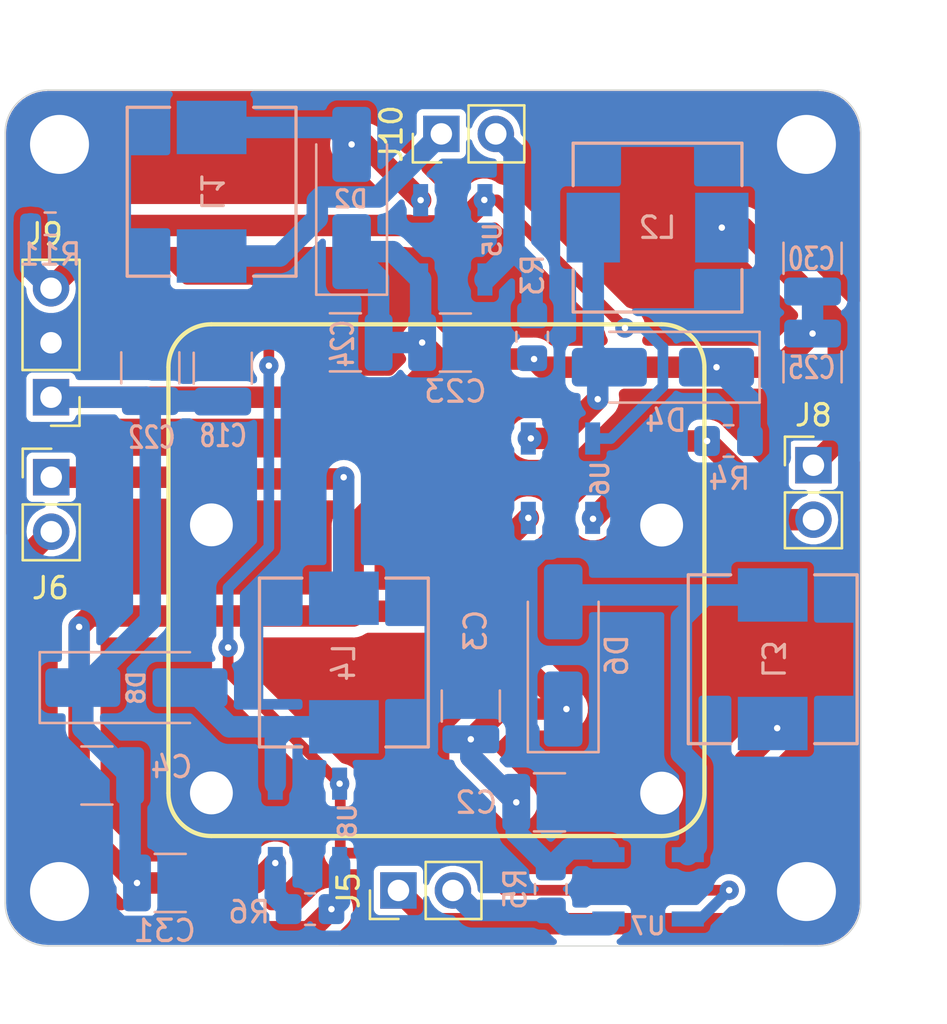
<source format=kicad_pcb>
(kicad_pcb (version 20221018) (generator pcbnew)
  (title_block (date "15 nov 2012"))
  (layers (0 "F.Cu" signal) (31 "B.Cu" signal) (34 "B.Paste" user) (35 "F.Paste" user) (36 "B.SilkS" user "B.Silkscreen") (37 "F.SilkS" user "F.Silkscreen") (38 "B.Mask" user) (39 "F.Mask" user) (44 "Edge.Cuts" user))
  (net 0 "")
  (net 1 "GND")
  (net 2 "Net-(D2-A)")
  (net 3 "Net-(D4-A)")
  (net 4 "Net-(D6-A)")
  (net 5 "Net-(D8-A)")
  (net 6 "8.4V")
  (net 7 "LED_EN")
  (net 8 "Net-(J10-Pin_1)")
  (net 9 "Net-(J8-Pin_1)")
  (net 10 "Net-(J5-Pin_1)")
  (net 11 "Net-(J9-Pin_1)")
  (net 12 "Net-(J10-Pin_2)")
  (net 13 "Net-(J8-Pin_2)")
  (net 14 "Net-(J5-Pin_2)")
  (net 15 "Net-(J9-Pin_2)")
  (footprint "Connector_PinHeader_2.54mm:PinHeader_1x02_P2.54mm_Vertical" (layer "F.Cu") (at 254.464998 187.7 90)
    (fp_text reference "J5" (at 0 -2.33 90) (layer "F.SilkS"))
    (fp_text value "Conn_01x02_Pin")
    (pad "1" thru_hole rect (at 0 0 90) (size 1.7 1.7) (drill 1) (layers "*.Cu" "*.Mask") (net 10 "Net-(J5-Pin_1)"))
    (pad "2" thru_hole oval (at 0 2.54 90) (size 1.7 1.7) (drill 1) (layers "*.Cu" "*.Mask") (net 14 "Net-(J5-Pin_2)"))
  )
  (footprint "Connector_PinHeader_2.54mm:PinHeader_1x03_P2.54mm_Vertical" (layer "F.Cu") (at 238.259998 164.7 180)
    (fp_text reference "J6" (at 0.029998 -8.9 180) (layer "F.SilkS"))
    (fp_text value "Conn_01x03" hide)
    (pad "1" thru_hole rect (at 0 0 180) (size 1.7 1.7) (drill 1) (layers "*.Cu" "*.Mask") (net 6 "8.4V"))
    (pad "2" thru_hole oval (at 0 2.54 180) (size 1.7 1.7) (drill 1) (layers "*.Cu" "*.Mask") (net 1 "GND"))
    (pad "3" thru_hole oval (at 0 5.08 180) (size 1.7 1.7) (drill 1) (layers "*.Cu" "*.Mask") (net 7 "LED_EN"))
  )
  (footprint "Connector_PinHeader_2.54mm:PinHeader_1x02_P2.54mm_Vertical" (layer "F.Cu") (at 256.464998 152.42 90)
    (fp_text reference "J10" (at 0 -2.33 90) (layer "F.SilkS"))
    (fp_text value "Conn_01x02_Pin")
    (pad "1" thru_hole rect (at 0 0 90) (size 1.7 1.7) (drill 1) (layers "*.Cu" "*.Mask") (net 8 "Net-(J10-Pin_1)"))
    (pad "2" thru_hole oval (at 0 2.54 90) (size 1.7 1.7) (drill 1) (layers "*.Cu" "*.Mask") (net 12 "Net-(J10-Pin_2)"))
  )
  (footprint "Connector_PinHeader_2.54mm:PinHeader_1x02_P2.54mm_Vertical" (layer "F.Cu") (at 273.819998 167.87)
    (fp_text reference "J8" (at 0 -2.33) (layer "F.SilkS"))
    (fp_text value "Conn_01x02_Pin")
    (pad "1" thru_hole rect (at 0 0) (size 1.7 1.7) (drill 1) (layers "*.Cu" "*.Mask") (net 9 "Net-(J8-Pin_1)"))
    (pad "2" thru_hole oval (at 0 2.54) (size 1.7 1.7) (drill 1) (layers "*.Cu" "*.Mask") (net 13 "Net-(J8-Pin_2)"))
  )
  (footprint "Connector_PinHeader_2.54mm:PinHeader_1x02_P2.54mm_Vertical" (layer "F.Cu") (at 238.269998 168.43)
    (fp_text reference "J9" (at -0.319998 -11.33) (layer "F.SilkS"))
    (fp_text value "Conn_01x02_Pin" hide)
    (pad "1" thru_hole rect (at 0 0) (size 1.7 1.7) (drill 1) (layers "*.Cu" "*.Mask") (net 11 "Net-(J9-Pin_1)"))
    (pad "2" thru_hole oval (at 0 2.54) (size 1.7 1.7) (drill 1) (layers "*.Cu" "*.Mask") (net 15 "Net-(J9-Pin_2)"))
  )
  (footprint "Board:Cam_Outline_Back" (layer "F.Cu") (at 236.129998 150.37)
    (fp_text reference "REF**" hide)
    (fp_text value "Cam_Outline_Back" hide)
    (fp_line (start -0.014612 37.92) (end -0.014612 2) (stroke (width 0.05)) (layer "Edge.Cuts"))
    (fp_line (start 1.985388 0) (end 37.905388 0) (stroke (width 0.05)) (layer "Edge.Cuts"))
    (fp_line (start 37.905388 39.92) (end 1.985388 39.92) (stroke (width 0.05)) (layer "Edge.Cuts"))
    (fp_line (start 39.905388 2) (end 39.905388 37.92) (stroke (width 0.05)) (layer "Edge.Cuts"))
    (fp_arc (start -0.014612 2) (mid 0.571174 0.585786) (end 1.985388 0) (stroke (width 0.05)) (layer "Edge.Cuts"))
    (fp_arc (start 1.985388 39.92) (mid 0.571174 39.334214) (end -0.014612 37.92) (stroke (width 0.05)) (layer "Edge.Cuts"))
    (fp_arc (start 37.905388 0) (mid 39.319609 0.585782) (end 39.905388 2) (stroke (width 0.05)) (layer "Edge.Cuts"))
    (fp_arc (start 39.905388 37.92) (mid 39.319601 39.334209) (end 37.905388 39.92) (stroke (width 0.05)) (layer "Edge.Cuts"))
    (pad "" np_thru_hole circle locked (at 2.525388 2.54) (size 2.75 2.75) (drill 2.75) (layers "F&B.Cu" "*.Mask"))
    (pad "" np_thru_hole circle locked (at 2.525388 37.38) (size 2.75 2.75) (drill 2.75) (layers "F&B.Cu" "*.Mask"))
    (pad "" np_thru_hole circle locked (at 9.610562 20.281079) (size 2 2) (drill 2) (layers "F&B.Cu" "*.Mask"))
    (pad "" np_thru_hole circle locked (at 9.610562 32.781079) (size 2 2) (drill 2) (layers "F&B.Cu" "*.Mask"))
    (pad "" np_thru_hole circle locked (at 30.610562 20.291079) (size 2 2) (drill 2) (layers "F&B.Cu" "*.Mask"))
    (pad "" np_thru_hole circle locked (at 30.610562 32.791079) (size 2 2) (drill 2) (layers "F&B.Cu" "*.Mask"))
    (pad "" np_thru_hole circle locked (at 37.365388 2.54) (size 2.75 2.75) (drill 2.75) (layers "F&B.Cu" "*.Mask"))
    (pad "" np_thru_hole circle locked (at 37.365388 37.38) (size 2.75 2.75) (drill 2.75) (layers "F&B.Cu" "*.Mask"))
  )
  (footprint "Diode_SMD:D_SMA_Handsoldering" (layer "B.Cu") (at 262.149998 176.74 90)
    (fp_text reference "D6" (at 0 2.5 270) (layer "B.SilkS") (effects (justify mirror)))
    (fp_text value "SS14")
    (pad "1" smd roundrect (at -2.5 0 90) (size 3.5 1.8) (layers "B.Cu" "B.Paste" "B.Mask") (roundrect_rratio 0.1388888889) (net 6 "8.4V"))
    (pad "2" smd roundrect (at 2.5 0 90) (size 3.5 1.8) (layers "B.Cu" "B.Paste" "B.Mask") (roundrect_rratio 0.1388888889) (net 4 "Net-(D6-A)"))
  )
  (footprint "Resistor_SMD:R_0805_2012Metric_Pad1.20x1.40mm_HandSolder" (layer "B.Cu") (at 269.859998 166.74 180)
    (fp_text reference "R4" (at -0.040002 -1.76) (layer "B.SilkS") (effects (justify mirror)))
    (fp_text value "0.15 -0805")
    (pad "1" smd roundrect (at -1 0 180) (size 1.2 1.4) (layers "B.Cu" "B.Paste" "B.Mask") (roundrect_rratio 0.208333) (net 6 "8.4V"))
    (pad "2" smd roundrect (at 1 0 180) (size 1.2 1.4) (layers "B.Cu" "B.Paste" "B.Mask") (roundrect_rratio 0.208333) (net 13 "Net-(J8-Pin_2)"))
  )
  (footprint "Resistor_SMD:R_1210_3225Metric_Pad1.30x2.65mm_HandSolder" (layer "B.Cu") (at 242.889998 163.33 90)
    (fp_text reference "C22" (at -3.25 0.070002 180) (layer "B.SilkS") (effects (font (size 1 0.75)) (justify mirror)))
    (fp_text value "47uF 1210" hide)
    (pad "1" smd roundrect (at -1.55 0 90) (size 1.3 2.65) (layers "B.Cu" "B.Paste" "B.Mask") (roundrect_rratio 0.192308) (net 6 "8.4V"))
    (pad "2" smd roundrect (at 1.55 0 90) (size 1.3 2.65) (layers "B.Cu" "B.Paste" "B.Mask") (roundrect_rratio 0.192308) (net 1 "GND"))
  )
  (footprint "Diode_SMD:D_SMA_Handsoldering" (layer "B.Cu") (at 266.799998 163.3 180)
    (fp_text reference "D4" (at -0.140002 -2.49) (layer "B.SilkS") (effects (justify mirror)))
    (fp_text value "SS14")
    (pad "1" smd roundrect (at -2.5 0 180) (size 3.5 1.8) (layers "B.Cu" "B.Paste" "B.Mask") (roundrect_rratio 0.1388888889) (net 6 "8.4V"))
    (pad "2" smd roundrect (at 2.5 0 180) (size 3.5 1.8) (layers "B.Cu" "B.Paste" "B.Mask") (roundrect_rratio 0.1388888889) (net 3 "Net-(D4-A)"))
  )
  (footprint "Inductor - DR74 68uH:DR74" (layer "B.Cu") (at 245.749998 155.1172 90)
    (fp_text reference "L1" (at 0 0 -90 unlocked) (layer "B.SilkS") (effects (justify mirror)))
    (fp_text value "68 uH")
    (pad "1" smd rect (at -2.9972 0 90) (size 2.4892 3.2512) (layers "B.Cu" "B.Paste" "B.Mask") (net 8 "Net-(J10-Pin_1)"))
    (pad "2" smd rect (at 2.9972 0 90) (size 2.4892 3.2512) (layers "B.Cu" "B.Paste" "B.Mask") (net 2 "Net-(D2-A)"))
    (zone (net 0) (net_name "") (layer "B.Cu") (connect_pads (clearance 0)) (min_thickness 0.254)
      (keepout (tracks not_allowed) (vias not_allowed) (pads allowed) (copperpour not_allowed) (footprints allowed))
      (fill (thermal_gap 0.508) (thermal_bridge_width 0.508))
      (polygon (pts (xy 249.509198 156.819) (xy 249.509198 153.4154) (xy 241.990798 153.4154) (xy 241.990798 156.819)))
    )
  )
  (footprint "Resistor_SMD:R_1210_3225Metric_Pad1.30x2.65mm_HandSolder" (layer "B.Cu") (at 240.399998 182.34 180)
    (fp_text reference "C4" (at -3.480002 0.4) (layer "B.SilkS") (effects (justify mirror)))
    (fp_text value "47uF 1210")
    (pad "1" smd roundrect (at -1.55 0 180) (size 1.3 2.65) (layers "B.Cu" "B.Paste" "B.Mask") (roundrect_rratio 0.192308) (net 6 "8.4V"))
    (pad "2" smd roundrect (at 1.55 0 180) (size 1.3 2.65) (layers "B.Cu" "B.Paste" "B.Mask") (roundrect_rratio 0.192308) (net 1 "GND"))
  )
  (footprint "Resistor_SMD:R_0603_1608Metric_Pad0.98x0.95mm_HandSolder" (layer "B.Cu") (at 238.219998 156.61)
    (fp_text reference "R11" (at 0 1.43) (layer "B.SilkS") (effects (justify mirror)))
    (fp_text value "10K")
    (pad "1" smd roundrect (at -0.9125 0) (size 0.975 0.95) (layers "B.Cu" "B.Paste" "B.Mask") (net 7 "LED_EN"))
    (pad "2" smd roundrect (at 0.9125 0) (size 0.975 0.95) (layers "B.Cu" "B.Paste" "B.Mask") (net 1 "GND"))
  )
  (footprint "Diode_SMD:D_SMA_Handsoldering" (layer "B.Cu") (at 252.279998 155.41 90)
    (fp_text reference "D2" (at -0.05 -0.039998) (layer "B.SilkS") (effects (font (size 0.8 0.8)) (justify mirror)))
    (fp_text value "SS14")
    (pad "1" smd roundrect (at -2.5 0 90) (size 3.5 1.8) (layers "B.Cu" "B.Paste" "B.Mask") (roundrect_rratio 0.1388888889) (net 6 "8.4V"))
    (pad "2" smd roundrect (at 2.5 0 90) (size 3.5 1.8) (layers "B.Cu" "B.Paste" "B.Mask") (roundrect_rratio 0.1388888889) (net 2 "Net-(D2-A)"))
  )
  (footprint "Resistor_SMD:R_0805_2012Metric_Pad1.20x1.40mm_HandSolder" (layer "B.Cu") (at 260.699998 161.88 90)
    (fp_text reference "R3" (at 2.88 0.030002 90) (layer "B.SilkS") (effects (justify mirror)))
    (fp_text value "0.15 - 0805")
    (pad "1" smd roundrect (at -1 0 90) (size 1.2 1.4) (layers "B.Cu" "B.Paste" "B.Mask") (roundrect_rratio 0.208333) (net 6 "8.4V"))
    (pad "2" smd roundrect (at 1 0 90) (size 1.2 1.4) (layers "B.Cu" "B.Paste" "B.Mask") (roundrect_rratio 0.208333) (net 12 "Net-(J10-Pin_2)"))
  )
  (footprint "PT4115:SOT-89-5" (layer "B.Cu") (at 256.999998 157.36)
    (fp_text reference "U5" (at 1.850002 0 90) (layer "B.SilkS") (effects (font (size 0.8 0.8)) (justify mirror)))
    (fp_text value "PT4115")
    (pad "1" smd rect (at -1.5 -1.85) (size 0.7 1.5) (layers "B.Cu" "B.Paste" "B.Mask") (net 2 "Net-(D2-A)"))
    (pad "2" smd custom (at 0 0) (size 1 5.2) (layers "B.Cu" "B.Paste" "B.Mask") (net 1 "GND") (options (clearance outline) (anchor rect)) (primitives (gr_poly (pts (xy -1 0.4) (xy -1 -0.4) (xy 0 -1.4) (xy 1 -0.4) (xy 1 0.4) (xy 0 1.4)) (width 0.127) (fill yes))))
    (pad "3" smd rect (at 1.5 -1.85) (size 0.7 1.5) (layers "B.Cu" "B.Paste" "B.Mask") (net 7 "LED_EN"))
    (pad "4" smd rect (at 1.5 1.85) (size 0.7 1.5) (layers "B.Cu" "B.Paste" "B.Mask") (net 12 "Net-(J10-Pin_2)"))
    (pad "5" smd rect (at -1.5 1.85) (size 0.7 1.5) (layers "B.Cu" "B.Paste" "B.Mask") (net 6 "8.4V"))
  )
  (footprint "PT4115:SOT-89-5" (layer "B.Cu") (at 250.219998 184.57)
    (fp_text reference "U8" (at 1.870002 -0.11 90) (layer "B.SilkS") (effects (font (size 0.8 0.8)) (justify mirror)))
    (fp_text value "PT4115")
    (pad "1" smd rect (at -1.5 -1.85) (size 0.7 1.5) (layers "B.Cu" "B.Paste" "B.Mask") (net 5 "Net-(D8-A)"))
    (pad "2" smd custom (at 0 0) (size 1 5.2) (layers "B.Cu" "B.Paste" "B.Mask") (net 1 "GND") (options (clearance outline) (anchor rect)) (primitives (gr_poly (pts (xy -1 0.4) (xy -1 -0.4) (xy 0 -1.4) (xy 1 -0.4) (xy 1 0.4) (xy 0 1.4)) (width 0.127) (fill yes))))
    (pad "3" smd rect (at 1.5 -1.85) (size 0.7 1.5) (layers "B.Cu" "B.Paste" "B.Mask") (net 7 "LED_EN"))
    (pad "4" smd rect (at 1.5 1.85) (size 0.7 1.5) (layers "B.Cu" "B.Paste" "B.Mask") (net 15 "Net-(J9-Pin_2)"))
    (pad "5" smd rect (at -1.5 1.85) (size 0.7 1.5) (layers "B.Cu" "B.Paste" "B.Mask") (net 6 "8.4V"))
  )
  (footprint "Resistor_SMD:R_1210_3225Metric_Pad1.30x2.65mm_HandSolder" (layer "B.Cu") (at 246.27 163.35 90)
    (fp_text reference "C18" (at -3.15 0.02 180) (layer "B.SilkS") (effects (font (size 1 0.75)) (justify mirror)))
    (fp_text value "47uF 1210")
    (pad "1" smd roundrect (at -1.55 0 90) (size 1.3 2.65) (layers "B.Cu" "B.Paste" "B.Mask") (roundrect_rratio 0.192308) (net 6 "8.4V"))
    (pad "2" smd roundrect (at 1.55 0 90) (size 1.3 2.65) (layers "B.Cu" "B.Paste" "B.Mask") (roundrect_rratio 0.192308) (net 1 "GND"))
  )
  (footprint "Resistor_SMD:R_0805_2012Metric_Pad1.20x1.40mm_HandSolder" (layer "B.Cu") (at 261.569998 187.63 -90)
    (fp_text reference "R5" (at 0 1.65 90) (layer "B.SilkS") (effects (justify mirror)))
    (fp_text value "0.15")
    (pad "1" smd roundrect (at -1 0 270) (size 1.2 1.4) (layers "B.Cu" "B.Paste" "B.Mask") (roundrect_rratio 0.208333) (net 6 "8.4V"))
    (pad "2" smd roundrect (at 1 0 270) (size 1.2 1.4) (layers "B.Cu" "B.Paste" "B.Mask") (roundrect_rratio 0.208333) (net 14 "Net-(J5-Pin_2)"))
  )
  (footprint "Diode_SMD:D_SMA_Handsoldering" (layer "B.Cu") (at 242.242498 178.24)
    (fp_text reference "D8" (at -0.012498 0.01 270) (layer "B.SilkS") (effects (font (size 0.8 0.8)) (justify mirror)))
    (fp_text value "SS14")
    (pad "1" smd roundrect (at -2.5 0) (size 3.5 1.8) (layers "B.Cu" "B.Paste" "B.Mask") (roundrect_rratio 0.1388888889) (net 6 "8.4V"))
    (pad "2" smd roundrect (at 2.5 0) (size 3.5 1.8) (layers "B.Cu" "B.Paste" "B.Mask") (roundrect_rratio 0.1388888889) (net 5 "Net-(D8-A)"))
  )
  (footprint "Resistor_SMD:R_1210_3225Metric_Pad1.30x2.65mm_HandSolder" (layer "B.Cu") (at 261.509998 183.59)
    (fp_text reference "C2" (at -3.419998 0.01) (layer "B.SilkS") (effects (justify mirror)))
    (fp_text value "47uF 1210")
    (pad "1" smd roundrect (at -1.55 0) (size 1.3 2.65) (layers "B.Cu" "B.Paste" "B.Mask") (roundrect_rratio 0.192308) (net 6 "8.4V"))
    (pad "2" smd roundrect (at 1.55 0) (size 1.3 2.65) (layers "B.Cu" "B.Paste" "B.Mask") (roundrect_rratio 0.192308) (net 1 "GND"))
  )
  (footprint "Inductor - DR74 68uH:DR74" (layer "B.Cu") (at 271.919998 176.9172 90)
    (fp_text reference "L3" (at 0 0 270 unlocked) (layer "B.SilkS") (effects (justify mirror)))
    (fp_text value "68 uH")
    (pad "1" smd rect (at -2.9972 0 90) (size 2.4892 3.2512) (layers "B.Cu" "B.Paste" "B.Mask") (net 10 "Net-(J5-Pin_1)"))
    (pad "2" smd rect (at 2.9972 0 90) (size 2.4892 3.2512) (layers "B.Cu" "B.Paste" "B.Mask") (net 4 "Net-(D6-A)"))
    (zone (net 0) (net_name "") (layer "B.Cu") (connect_pads (clearance 0)) (min_thickness 0.254)
      (keepout (tracks not_allowed) (vias not_allowed) (pads allowed) (copperpour not_allowed) (footprints allowed))
      (fill (thermal_gap 0.508) (thermal_bridge_width 0.508))
      (polygon (pts (xy 275.679198 178.619) (xy 275.679198 175.2154) (xy 268.160798 175.2154) (xy 268.160798 178.619)))
    )
  )
  (footprint "Inductor - DR74 68uH:DR74" (layer "B.Cu") (at 251.919998 177.07 -90)
    (fp_text reference "L4" (at 0 0 90 unlocked) (layer "B.SilkS") (effects (justify mirror)))
    (fp_text value "68 uH")
    (pad "1" smd rect (at -2.9972 0 270) (size 2.4892 3.2512) (layers "B.Cu" "B.Paste" "B.Mask") (net 11 "Net-(J9-Pin_1)"))
    (pad "2" smd rect (at 2.9972 0 270) (size 2.4892 3.2512) (layers "B.Cu" "B.Paste" "B.Mask") (net 5 "Net-(D8-A)"))
    (zone (net 0) (net_name "") (layer "B.Cu") (connect_pads (clearance 0)) (min_thickness 0.254)
      (keepout (tracks not_allowed) (vias not_allowed) (pads allowed) (copperpour not_allowed) (footprints allowed))
      (fill (thermal_gap 0.508) (thermal_bridge_width 0.508))
      (polygon (pts (xy 248.160798 175.3682) (xy 248.160798 178.7718) (xy 255.679198 178.7718) (xy 255.679198 175.3682)))
    )
  )
  (footprint "Inductor - DR74 68uH:DR74" (layer "B.Cu") (at 266.549998 156.79 180)
    (fp_text reference "L2" (at 0 0 unlocked) (layer "B.SilkS") (effects (justify mirror)))
    (fp_text value "68 uH")
    (pad "1" smd rect (at -2.9972 0 180) (size 2.4892 3.2512) (layers "B.Cu" "B.Paste" "B.Mask") (net 9 "Net-(J8-Pin_1)"))
    (pad "2" smd rect (at 2.9972 0 180) (size 2.4892 3.2512) (layers "B.Cu" "B.Paste" "B.Mask") (net 3 "Net-(D4-A)"))
    (zone (net 0) (net_name "") (layer "B.Cu") (connect_pads (clearance 0)) (min_thickness 0.254)
      (keepout (tracks not_allowed) (vias not_allowed) (pads allowed) (copperpour not_allowed) (footprints allowed))
      (fill (thermal_gap 0.508) (thermal_bridge_width 0.508))
      (polygon (pts (xy 268.251798 153.0308) (xy 264.848198 153.0308) (xy 264.848198 160.5492) (xy 268.251798 160.5492)))
    )
  )
  (footprint "Resistor_SMD:R_1210_3225Metric_Pad1.30x2.65mm_HandSolder" (layer "B.Cu") (at 273.779998 158.22 90)
    (fp_text reference "C30" (at -0.02 -0.049998 180) (layer "B.SilkS") (effects (font (size 1 0.75)) (justify mirror)))
    (fp_text value "47uF 1210")
    (pad "1" smd roundrect (at -1.55 0 90) (size 1.3 2.65) (layers "B.Cu" "B.Paste" "B.Mask") (roundrect_rratio 0.192308) (net 6 "8.4V"))
    (pad "2" smd roundrect (at 1.55 0 90) (size 1.3 2.65) (layers "B.Cu" "B.Paste" "B.Mask") (roundrect_rratio 0.192308) (net 1 "GND"))
  )
  (footprint "Resistor_SMD:R_1210_3225Metric_Pad1.30x2.65mm_HandSolder" (layer "B.Cu") (at 243.819998 187.35)
    (fp_text reference "C31" (at -0.259998 2.23) (layer "B.SilkS") (effects (justify mirror)))
    (fp_text value "47uF 1210" hide)
    (pad "1" smd roundrect (at -1.55 0) (size 1.3 2.65) (layers "B.Cu" "B.Paste" "B.Mask") (roundrect_rratio 0.192308) (net 6 "8.4V"))
    (pad "2" smd roundrect (at 1.55 0) (size 1.3 2.65) (layers "B.Cu" "B.Paste" "B.Mask") (roundrect_rratio 0.192308) (net 1 "GND"))
  )
  (footprint "Resistor_SMD:R_1210_3225Metric_Pad1.30x2.65mm_HandSolder" (layer "B.Cu") (at 257.839998 179.1 90)
    (fp_text reference "C3" (at 3.51 0.220002 90) (layer "B.SilkS") (effects (justify mirror)))
    (fp_text value "47uF 1210")
    (pad "1" smd roundrect (at -1.55 0 90) (size 1.3 2.65) (layers "B.Cu" "B.Paste" "B.Mask") (roundrect_rratio 0.192308) (net 6 "8.4V"))
    (pad "2" smd roundrect (at 1.55 0 90) (size 1.3 2.65) (layers "B.Cu" "B.Paste" "B.Mask") (roundrect_rratio 0.192308) (net 1 "GND"))
  )
  (footprint "Resistor_SMD:R_1210_3225Metric_Pad1.30x2.65mm_HandSolder" (layer "B.Cu") (at 251.989998 162.14 180)
    (fp_text reference "C24" (at 0.119998 -0.06 90) (layer "B.SilkS") (effects (font (size 1 0.75)) (justify mirror)))
    (fp_text value "47uF 1210")
    (pad "1" smd roundrect (at -1.55 0 180) (size 1.3 2.65) (layers "B.Cu" "B.Paste" "B.Mask") (roundrect_rratio 0.192308) (net 6 "8.4V"))
    (pad "2" smd roundrect (at 1.55 0 180) (size 1.3 2.65) (layers "B.Cu" "B.Paste" "B.Mask") (roundrect_rratio 0.192308) (net 1 "GND"))
  )
  (footprint "Resistor_SMD:R_1210_3225Metric_Pad1.30x2.65mm_HandSolder" (layer "B.Cu") (at 257.119998 162.15)
    (fp_text reference "C23" (at 0 2.28) (layer "B.SilkS") (effects (justify mirror)))
    (fp_text value "47uF 1210")
    (pad "1" smd roundrect (at -1.55 0) (size 1.3 2.65) (layers "B.Cu" "B.Paste" "B.Mask") (roundrect_rratio 0.192308) (net 6 "8.4V"))
    (pad "2" smd roundrect (at 1.55 0) (size 1.3 2.65) (layers "B.Cu" "B.Paste" "B.Mask") (roundrect_rratio 0.192308) (net 1 "GND"))
  )
  (footprint "Resistor_SMD:R_0805_2012Metric_Pad1.20x1.40mm_HandSolder" (layer "B.Cu") (at 250.339998 188.57)
    (fp_text reference "R6" (at -2.839998 0.14) (layer "B.SilkS") (effects (justify mirror)))
    (fp_text value "0.15")
    (pad "1" smd roundrect (at -1 0) (size 1.2 1.4) (layers "B.Cu" "B.Paste" "B.Mask") (roundrect_rratio 0.208333) (net 6 "8.4V"))
    (pad "2" smd roundrect (at 1 0) (size 1.2 1.4) (layers "B.Cu" "B.Paste" "B.Mask") (roundrect_rratio 0.208333) (net 15 "Net-(J9-Pin_2)"))
  )
  (footprint "PT4115:SOT-89-5" (layer "B.Cu") (at 262.021748 168.47425)
    (fp_text reference "U6" (at 1.848252 0.01575 90) (layer "B.SilkS") (effects (font (size 0.8 0.8)) (justify mirror)))
    (fp_text value "PT4115")
    (pad "1" smd rect (at -1.5 -1.85) (size 0.7 1.5) (layers "B.Cu" "B.Paste" "B.Mask") (net 3 "Net-(D4-A)"))
    (pad "2" smd custom (at 0 0) (size 1 5.2) (layers "B.Cu" "B.Paste" "B.Mask") (net 1 "GND") (options (clearance outline) (anchor rect)) (primitives (gr_poly (pts (xy -1 0.4) (xy -1 -0.4) (xy 0 -1.4) (xy 1 -0.4) (xy 1 0.4) (xy 0 1.4)) (width 0.127) (fill yes))))
    (pad "3" smd rect (at 1.5 -1.85) (size 0.7 1.5) (layers "B.Cu" "B.Paste" "B.Mask") (net 7 "LED_EN"))
    (pad "4" smd rect (at 1.5 1.85) (size 0.7 1.5) (layers "B.Cu" "B.Paste" "B.Mask") (net 13 "Net-(J8-Pin_2)"))
    (pad "5" smd rect (at -1.5 1.85) (size 0.7 1.5) (layers "B.Cu" "B.Paste" "B.Mask") (net 6 "8.4V"))
  )
  (footprint "PT4115:SOT-89-5" (layer "B.Cu") (at 266.109998 187.53 -90)
    (fp_text reference "U7" (at 1.83 0 180) (layer "B.SilkS") (effects (font (size 0.8 0.8)) (justify mirror)))
    (fp_text value "PT4115")
    (pad "1" smd rect (at -1.5 -1.85 270) (size 0.7 1.5) (layers "B.Cu" "B.Paste" "B.Mask") (net 4 "Net-(D6-A)"))
    (pad "2" smd custom (at 0 0 270) (size 1 5.2) (layers "B.Cu" "B.Paste" "B.Mask") (net 1 "GND") (options (clearance outline) (anchor rect)) (primitives (gr_poly (pts (xy -1 0.4) (xy -1 -0.4) (xy 0 -1.4) (xy 1 -0.4) (xy 1 0.4) (xy 0 1.4)) (width 0.127) (fill yes))))
    (pad "3" smd rect (at 1.5 -1.85 270) (size 0.7 1.5) (layers "B.Cu" "B.Paste" "B.Mask") (net 7 "LED_EN"))
    (pad "4" smd rect (at 1.5 1.85 270) (size 0.7 1.5) (layers "B.Cu" "B.Paste" "B.Mask") (net 14 "Net-(J5-Pin_2)"))
    (pad "5" smd rect (at -1.5 1.85 270) (size 0.7 1.5) (layers "B.Cu" "B.Paste" "B.Mask") (net 6 "8.4V"))
  )
  (footprint "Resistor_SMD:R_1210_3225Metric_Pad1.30x2.65mm_HandSolder" (layer "B.Cu") (at 273.779998 163.28 -90)
    (fp_text reference "C25" (at 0.05 0.039998 180) (layer "B.SilkS") (effects (font (size 1 0.75)) (justify mirror)))
    (fp_text value "47uF 1210")
    (pad "1" smd roundrect (at -1.55 0 270) (size 1.3 2.65) (layers "B.Cu" "B.Paste" "B.Mask") (roundrect_rratio 0.192308) (net 6 "8.4V"))
    (pad "2" smd roundrect (at 1.55 0 270) (size 1.3 2.65) (layers "B.Cu" "B.Paste" "B.Mask") (roundrect_rratio 0.192308) (net 1 "GND"))
  )
  (segment (start 246.25 161.78) (end 246.27 161.8) (width 1) (layer "B.Cu") (net 1))
  (segment (start 243.344998 189.375) (end 245.369998 187.35) (width 1) (layer "B.Cu") (net 1))
  (segment (start 256.999998 160.48) (end 258.669998 162.15) (width 1) (layer "B.Cu") (net 1))
  (segment (start 257.839998 177.55) (end 260.549998 180.26) (width 1) (layer "B.Cu") (net 1))
  (segment (start 258.669998 163.475) (end 260.369248 165.17425) (width 1) (layer "B.Cu") (net 1))
  (segment (start 240.530386 184.020388) (end 240.530386 188.435818) (width 1) (layer "B.Cu") (net 1))
  (segment (start 260.549998 181.14043) (end 262.999568 183.59) (width 1) (layer "B.Cu") (net 1))
  (segment (start 255.814998 179.575) (end 257.839998 177.55) (width 1) (layer "B.Cu") (net 1))
  (segment (start 238.639998 161.78) (end 238.259998 162.16) (width 1) (layer "B.Cu") (net 1))
  (segment (start 264.319998 183.59) (end 266.109998 185.38) (width 1) (layer "B.Cu") (net 1))
  (segment (start 260.549998 180.26) (end 260.549998 181.14043) (width 1) (layer "B.Cu") (net 1))
  (segment (start 263.059998 183.59) (end 264.319998 183.59) (width 1) (layer "B.Cu") (net 1))
  (segment (start 242.889998 160.3675) (end 239.132498 156.61) (width 1) (layer "B.Cu") (net 1))
  (segment (start 252.369998 184.57) (end 255.814998 181.125) (width 1) (layer "B.Cu") (net 1))
  (segment (start 260.369248 165.17425) (end 261.571748 165.17425) (width 1) (layer "B.Cu") (net 1))
  (segment (start 248.149998 184.57) (end 250.219998 184.57) (width 1) (layer "B.Cu") (net 1))
  (segment (start 256.774248 168.47425) (end 262.021748 168.47425) (width 1) (layer "B.Cu") (net 1))
  (segment (start 242.889998 161.78) (end 242.889998 160.3675) (width 1) (layer "B.Cu") (net 1))
  (segment (start 250.439998 162.14) (end 256.774248 168.47425) (width 1) (layer "B.Cu") (net 1))
  (segment (start 255.814998 181.125) (end 255.814998 179.575) (width 1) (layer "B.Cu") (net 1))
  (segment (start 261.115318 171.77425) (end 257.839998 175.04957) (width 1) (layer "B.Cu") (net 1))
  (segment (start 257.839998 175.04957) (end 257.839998 177.55) (width 1) (layer "B.Cu") (net 1))
  (segment (start 266.109998 185.38) (end 266.109998 187.53) (width 1) (layer "B.Cu") (net 1))
  (segment (start 271.754998 162.805) (end 271.754998 158.695) (width 1) (layer "B.Cu") (net 1))
  (segment (start 262.021748 171.32425) (end 261.571748 171.77425) (width 1) (layer "B.Cu") (net 1))
  (segment (start 262.999568 183.59) (end 263.059998 183.59) (width 1) (layer "B.Cu") (net 1))
  (segment (start 261.571748 165.17425) (end 262.021748 165.62425) (width 1) (layer "B.Cu") (net 1))
  (segment (start 261.571748 171.77425) (end 261.115318 171.77425) (width 1) (layer "B.Cu") (net 1))
  (segment (start 262.021748 168.47425) (end 271.305748 168.47425) (width 1) (layer "B.Cu") (net 1))
  (segment (start 271.305748 168.47425) (end 272.269998 167.51) (width 1) (layer "B.Cu") (net 1))
  (segment (start 242.889998 161.78) (end 238.639998 161.78) (width 1) (layer "B.Cu") (net 1))
  (segment (start 256.999998 157.36) (end 256.999998 160.48) (width 1) (layer "B.Cu") (net 1))
  (segment (start 240.530386 188.435818) (end 241.469568 189.375) (width 1) (layer "B.Cu") (net 1))
  (segment (start 272.269998 167.51) (end 272.269998 166.34) (width 1) (layer "B.Cu") (net 1))
  (segment (start 242.889998 161.78) (end 246.25 161.78) (width 1) (layer "B.Cu") (net 1))
  (segment (start 241.469568 189.375) (end 243.344998 189.375) (width 1) (layer "B.Cu") (net 1))
  (segment (start 271.754998 158.695) (end 273.779998 156.67) (width 1) (layer "B.Cu") (net 1))
  (segment (start 250.219998 184.57) (end 252.369998 184.57) (width 1) (layer "B.Cu") (net 1))
  (segment (start 273.779998 164.83) (end 271.754998 162.805) (width 1) (layer "B.Cu") (net 1))
  (segment (start 246.27 161.8) (end 250.099998 161.8) (width 1) (layer "B.Cu") (net 1))
  (segment (start 250.099998 161.8) (end 250.439998 162.14) (width 1) (layer "B.Cu") (net 1))
  (segment (start 272.269998 166.34) (end 273.779998 164.83) (width 1) (layer "B.Cu") (net 1))
  (segment (start 262.021748 165.62425) (end 262.021748 168.47425) (width 1) (layer "B.Cu") (net 1))
  (segment (start 245.369998 187.35) (end 248.149998 184.57) (width 1) (layer "B.Cu") (net 1))
  (segment (start 238.849998 182.34) (end 240.530386 184.020388) (width 1) (layer "B.Cu") (net 1))
  (segment (start 262.021748 168.47425) (end 262.021748 171.32425) (width 1) (layer "B.Cu") (net 1))
  (segment (start 258.669998 162.15) (end 258.669998 163.475) (width 1) (layer "B.Cu") (net 1))
  (segment (start 252.899998 152.91) (end 255.499998 155.51) (width 1) (layer "F.Cu") (net 2))
  (segment (start 252.279998 152.91) (end 252.899998 152.91) (width 1) (layer "F.Cu") (net 2))
  (via (at 255.499998 155.51) (size 0.9) (drill 0.3) (layers "F.Cu" "B.Cu") (net 2))
  (via (at 252.279998 152.91) (size 0.9) (drill 0.3) (layers "F.Cu" "B.Cu") (net 2))
  (segment (start 245.749998 152.12) (end 251.489998 152.12) (width 1) (layer "B.Cu") (net 2))
  (segment (start 251.489998 152.12) (end 252.279998 152.91) (width 1) (layer "B.Cu") (net 2))
  (segment (start 261.929998 166.62) (end 263.759998 164.79) (width 1) (layer "F.Cu") (net 3))
  (segment (start 260.639998 166.62) (end 261.929998 166.62) (width 1) (layer "F.Cu") (net 3))
  (via (at 260.639998 166.62) (size 0.9) (drill 0.3) (layers "F.Cu" "B.Cu") (net 3))
  (via (at 263.759998 164.79) (size 0.9) (drill 0.3) (layers "F.Cu" "B.Cu") (net 3))
  (segment (start 263.759998 163.84) (end 264.299998 163.3) (width 1) (layer "B.Cu") (net 3))
  (segment (start 263.759998 164.79) (end 263.759998 163.84) (width 1) (layer "B.Cu") (net 3))
  (segment (start 263.552798 162.5528) (end 264.299998 163.3) (width 1) (layer "B.Cu") (net 3))
  (segment (start 260.635748 166.62425) (end 260.639998 166.62) (width 1) (layer "B.Cu") (net 3))
  (segment (start 260.521748 166.62425) (end 260.635748 166.62425) (width 1) (layer "B.Cu") (net 3))
  (segment (start 263.552798 156.79) (end 263.552798 162.5528) (width 1) (layer "B.Cu") (net 3))
  (segment (start 262.469998 173.92) (end 262.149998 174.24) (width 1) (layer "B.Cu") (net 4))
  (segment (start 268.359998 185.63) (end 267.959998 186.03) (width 1) (layer "B.Cu") (net 4))
  (segment (start 268.74909 173.92) (end 267.660798 175.008292) (width 1) (layer "B.Cu") (net 4))
  (segment (start 271.919998 173.92) (end 268.74909 173.92) (width 1) (layer "B.Cu") (net 4))
  (segment (start 268.359998 181.999998) (end 268.359998 185.63) (width 1) (layer "B.Cu") (net 4))
  (segment (start 271.919998 173.92) (end 262.469998 173.92) (width 1) (layer "B.Cu") (net 4))
  (segment (start 267.660798 181.300798) (end 268.359998 181.999998) (width 1) (layer "B.Cu") (net 4))
  (segment (start 267.660798 175.008292) (end 267.660798 181.300798) (width 1) (layer "B.Cu") (net 4))
  (segment (start 249.294398 180.0672) (end 248.719998 180.6416) (width 1) (layer "B.Cu") (net 5))
  (segment (start 246.569698 180.0672) (end 251.919998 180.0672) (width 1) (layer "B.Cu") (net 5))
  (segment (start 244.742498 178.24) (end 246.569698 180.0672) (width 1) (layer "B.Cu") (net 5))
  (segment (start 248.719998 180.6416) (end 248.719998 182.72) (width 1) (layer "B.Cu") (net 5))
  (segment (start 251.919998 180.0672) (end 249.294398 180.0672) (width 1) (layer "B.Cu") (net 5))
  (segment (start 252.349998 170.7) (end 252.349998 174.68) (width 1) (layer "F.Cu") (net 6))
  (segment (start 254.559998 164.7) (end 253.859998 164.7) (width 1) (layer "F.Cu") (net 6))
  (segment (start 255.719998 174.68) (end 256.165998 174.68) (width 1) (layer "F.Cu") (net 6))
  (segment (start 262.299998 179.24) (end 259.249998 179.24) (width 1) (layer "F.Cu") (net 6))
  (segment (start 248.719998 186.42) (end 247.789998 187.35) (width 1) (layer "F.Cu") (net 6))
  (segment (start 259.249998 179.24) (end 257.839998 180.65) (width 1) (layer "F.Cu") (net 6))
  (segment (start 271.639998 163.3) (end 269.299998 163.3) (width 1) (layer "F.Cu") (net 6))
  (segment (start 253.829998 168.207056) (end 253.829998 169.22) (width 1) (layer "F.Cu") (net 6))
  (segment (start 253.829998 169.22) (end 252.349998 170.7) (width 1) (layer "F.Cu") (net 6))
  (segment (start 256.339998 162.92) (end 254.559998 164.7) (width 1) (layer "F.Cu") (net 6))
  (segment (start 252.349998 174.9) (end 240.079998 174.9) (width 1) (layer "F.Cu") (net 6))
  (segment (start 253.859998 164.7) (end 238.259998 164.7) (width 1) (layer "F.Cu") (net 6))
  (segment (start 239.569998 175.41) (end 239.569998 184.65) (width 1) (layer "F.Cu") (net 6))
  (segment (start 273.779998 161.73) (end 272.169998 163.34) (width 1) (layer "F.Cu") (net 6))
  (segment (start 260.789998 162.92) (end 256.339998 162.92) (width 1) (layer "F.Cu") (net 6))
  (segment (start 253.859998 168.177056) (end 253.829998 168.207056) (width 1) (layer "F.Cu") (net 6))
  (segment (start 256.339998 162.92) (end 255.569998 162.15) (width 1) (layer "F.Cu") (net 6))
  (segment (start 257.839998 180.65) (end 257.839998 181.47) (width 1) (layer "F.Cu") (net 6))
  (segment (start 255.719998 174.68) (end 252.349998 174.68) (width 1) (layer "F.Cu") (net 6))
  (segment (start 261.169998 163.3) (end 260.789998 162.92) (width 1) (layer "F.Cu") (net 6))
  (segment (start 256.369998 174.68) (end 255.719998 174.68) (width 1) (layer "F.Cu") (net 6))
  (segment (start 272.169998 163.34) (end 271.679998 163.34) (width 1) (layer "F.Cu") (net 6))
  (segment (start 247.789998 187.35) (end 242.269998 187.35) (width 1) (layer "F.Cu") (net 6))
  (segment (start 262.299998 179.24) (end 257.739998 174.68) (width 1) (layer "F.Cu") (net 6))
  (segment (start 252.349998 174.68) (end 252.349998 174.9) (width 1) (layer "F.Cu") (net 6))
  (segment (start 269.299998 163.3) (end 261.169998 163.3) (width 1) (layer "F.Cu") (net 6))
  (segment (start 257.739998 174.68) (end 256.369998 174.68) (width 1) (layer "F.Cu") (net 6))
  (segment (start 271.679998 163.34) (end 271.639998 163.3) (width 1) (layer "F.Cu") (net 6))
  (segment (start 240.079998 174.9) (end 239.569998 175.41) (width 1) (layer "F.Cu") (net 6))
  (segment (start 253.859998 164.7) (end 253.859998 168.177056) (width 1) (layer "F.Cu") (net 6))
  (segment (start 239.569998 184.65) (end 242.269998 187.35) (width 1) (layer "F.Cu") (net 6))
  (segment (start 256.165998 174.68) (end 260.521748 170.32425) (width 1) (layer "F.Cu") (net 6))
  (segment (start 257.839998 181.47) (end 259.959998 183.59) (width 1) (layer "F.Cu") (net 6))
  (via (at 248.719998 186.42) (size 0.9) (drill 0.3) (layers "F.Cu" "B.Cu") (net 6))
  (via (at 259.959998 183.59) (size 0.9) (drill 0.3) (layers "F.Cu" "B.Cu") (net 6))
  (via (at 260.789998 162.92) (size 0.9) (drill 0.3) (layers "F.Cu" "B.Cu") (net 6))
  (via (at 262.299998 179.24) (size 0.9) (drill 0.3) (layers "F.Cu" "B.Cu") (net 6))
  (via (at 242.269998 187.35) (size 0.9) (drill 0.3) (layers "F.Cu" "B.Cu") (net 6))
  (via (at 255.569998 162.15) (size 0.9) (drill 0.3) (layers "F.Cu" "B.Cu") (net 6))
  (via (at 260.521748 170.32425) (size 0.9) (drill 0.3) (layers "F.Cu" "B.Cu") (net 6))
  (via (at 257.839998 180.65) (size 0.9) (drill 0.3) (layers "F.Cu" "B.Cu") (net 6))
  (via (at 273.779998 161.73) (size 0.9) (drill 0.3) (layers "F.Cu" "B.Cu") (net 6))
  (via (at 239.569998 175.41) (size 0.9) (drill 0.3) (layers "F.Cu" "B.Cu") (net 6))
  (via (at 269.299998 163.3) (size 0.9) (drill 0.3) (layers "F.Cu" "B.Cu") (net 6))
  (segment (start 253.549998 162.15) (end 253.539998 162.14) (width 1) (layer "B.Cu") (net 6))
  (segment (start 238.259998 164.7) (end 242.709998 164.7) (width 1) (layer "B.Cu") (net 6))
  (segment (start 270.859998 164.86) (end 269.299998 163.3) (width 1) (layer "B.Cu") (net 6))
  (segment (start 239.742498 180.1325) (end 241.949998 182.34) (width 1) (layer "B.Cu") (net 6))
  (segment (start 260.521748 170.50825) (end 260.519998 170.51) (width 0.5) (layer "B.Cu") (net 6))
  (segment (start 239.569998 178.0675) (end 239.742498 178.24) (width 1) (layer "B.Cu") (net 6))
  (segment (start 259.959998 183.59) (end 259.959998 185.02) (width 1) (layer "B.Cu") (net 6))
  (segment (start 262.149998 179.24) (end 262.299998 179.24) (width 1) (layer "B.Cu") (net 6))
  (segment (start 246.25 164.88) (end 246.27 164.9) (width 1) (layer "B.Cu") (net 6))
  (segment (start 253.539998 162.14) (end 253.539998 159.17) (width 1) (layer "B.Cu") (net 6))
  (segment (start 260.749998 162.88) (end 260.789998 162.92) (width 1) (layer "B.Cu") (net 6))
  (segment (start 248.719998 186.42) (end 248.719998 187.95) (width 1) (layer "B.Cu") (net 6))
  (segment (start 260.699998 162.88) (end 260.749998 162.88) (width 1) (layer "B.Cu") (net 6))
  (segment (start 239.569998 175.41) (end 239.569998 178.0675) (width 1) (layer "B.Cu") (net 6))
  (segment (start 255.499998 162.08) (end 255.569998 162.15) (width 1) (layer "B.Cu") (net 6))
  (segment (start 248.719998 187.95) (end 249.339998 188.57) (width 1) (layer "B.Cu") (net 6))
  (segment (start 241.949998 182.34) (end 241.949998 187.03) (width 1) (layer "B.Cu") (net 6))
  (segment (start 255.569998 162.15) (end 253.549998 162.15) (width 1) (layer "B.Cu") (net 6))
  (segment (start 255.499998 159.21) (end 255.499998 162.08) (width 1) (layer "B.Cu") (net 6))
  (segment (start 242.889998 164.88) (end 246.25 164.88) (width 1) (layer "B.Cu") (net 6))
  (segment (start 273.779998 161.73) (end 273.779998 159.77) (width 1) (layer "B.Cu") (net 6))
  (segment (start 242.889998 175.0925) (end 242.889998 164.88) (width 1) (layer "B.Cu") (net 6))
  (segment (start 260.521748 170.32425) (end 260.521748 170.50825) (width 0.5) (layer "B.Cu") (net 6))
  (segment (start 241.949998 187.03) (end 242.269998 187.35) (width 1) (layer "B.Cu") (net 6))
  (segment (start 270.859998 166.74) (end 270.859998 164.86) (width 1) (layer "B.Cu") (net 6))
  (segment (start 239.742498 178.24) (end 242.889998 175.0925) (width 1) (layer "B.Cu") (net 6))
  (segment (start 239.742498 178.24) (end 239.742498 180.1325) (width 1) (layer "B.Cu") (net 6))
  (segment (start 257.839998 181.47) (end 259.959998 183.59) (width 1) (layer "B.Cu") (net 6))
  (segment (start 262.43873 185.761268) (end 264.259998 185.761268) (width 1) (layer "B.Cu") (net 6))
  (segment (start 259.959998 185.02) (end 261.569998 186.63) (width 1) (layer "B.Cu") (net 6))
  (segment (start 254.199998 157.91) (end 255.499998 159.21) (width 1) (layer "B.Cu") (net 6))
  (segment (start 252.279998 157.91) (end 254.199998 157.91) (width 1) (layer "B.Cu") (net 6))
  (segment (start 261.569998 186.63) (end 262.43873 185.761268) (width 1) (layer "B.Cu") (net 6))
  (segment (start 242.709998 164.7) (end 242.889998 164.88) (width 1) (layer "B.Cu") (net 6))
  (segment (start 253.539998 159.17) (end 252.279998 157.91) (width 1) (layer "B.Cu") (net 6))
  (segment (start 257.839998 180.65) (end 257.839998 181.47) (width 1) (layer "B.Cu") (net 6))
  (segment (start 269.889998 187.69) (end 259.409998 187.69) (width 0.5) (layer "F.Cu") (net 7))
  (segment (start 251.749998 182.75) (end 251.719998 182.72) (width 0.5) (layer "F.Cu") (net 7))
  (segment (start 248.419998 163.23) (end 248.419998 161.14) (width 0.5) (layer "F.Cu") (net 7))
  (segment (start 241.189998 156.69) (end 240.569998 157.31) (width 1) (layer "F.Cu") (net 7))
  (segment (start 254.982942 156.69) (end 241.189998 156.69) (width 1) (layer "F.Cu") (net 7))
  (segment (start 257.679998 185.96) (end 251.749998 185.96) (width 0.5) (layer "F.Cu") (net 7))
  (segment (start 255.002942 156.71) (end 254.982942 156.69) (width 1) (layer "F.Cu") (net 7))
  (segment (start 248.419998 161.14) (end 247.479998 160.2) (width 0.5) (layer "F.Cu") (net 7))
  (segment (start 241.279998 157.31) (end 240.569998 157.31) (width 0.5) (layer "F.Cu") (net 7))
  (segment (start 265.029998 161.47) (end 259.059998 155.5) (width 0.5) (layer "F.Cu") (net 7))
  (segment (start 246.519998 177.52) (end 246.519998 176.37) (width 0.5) (layer "F.Cu") (net 7))
  (segment (start 259.409998 187.69) (end 257.679998 185.96) (width 0.5) (layer "F.Cu") (net 7))
  (segment (start 251.749998 185.96) (end 251.749998 182.75) (width 0.5) (layer "F.Cu") (net 7))
  (segment (start 251.719998 182.72) (end 246.519998 177.52) (width 0.5) (layer "F.Cu") (net 7))
  (segment (start 257.259998 156.71) (end 255.002942 156.71) (width 1) (layer "F.Cu") (net 7))
  (segment (start 244.169998 160.2) (end 241.279998 157.31) (width 0.5) (layer "F.Cu") (net 7))
  (segment (start 259.059998 155.5) (end 258.469998 155.5) (width 0.5) (layer "F.Cu") (net 7))
  (segment (start 247.479998 160.2) (end 244.169998 160.2) (width 0.5) (layer "F.Cu") (net 7))
  (segment (start 258.469998 155.5) (end 257.259998 156.71) (width 1) (layer "F.Cu") (net 7))
  (segment (start 240.569998 157.31) (end 238.259998 159.62) (width 1) (layer "F.Cu") (net 7))
  (via (at 265.029998 161.47) (size 0.9) (drill 0.3) (layers "F.Cu" "B.Cu") (net 7))
  (via (at 258.469998 155.5) (size 0.9) (drill 0.3) (layers "F.Cu" "B.Cu") (net 7))
  (via (at 251.719998 182.72) (size 0.9) (drill 0.3) (layers "F.Cu" "B.Cu") (net 7))
  (via (at 248.419998 163.23) (size 0.9) (drill 0.3) (layers "F.Cu" "B.Cu") (net 7))
  (via (at 269.889998 187.69) (size 0.9) (drill 0.3) (layers "F.Cu" "B.Cu") (net 7))
  (via (at 246.519998 176.37) (size 0.9) (drill 0.3) (layers "F.Cu" "B.Cu") (net 7))
  (segment (start 246.519998 176.37) (end 246.519998 173.59) (width 0.5) (layer "B.Cu") (net 7))
  (segment (start 265.879998 161.47) (end 265.029998 161.47) (width 0.5) (layer "B.Cu") (net 7))
  (segment (start 248.289998 171.82) (end 248.419998 171.69) (width 0.5) (layer "B.Cu") (net 7))
  (segment (start 263.521748 166.62425) (end 264.371748 166.62425) (width 0.5) (layer "B.Cu") (net 7))
  (segment (start 258.499998 155.51) (end 258.479998 155.51) (width 1) (layer "B.Cu") (net 7))
  (segment (start 248.419998 171.69) (end 248.419998 163.23) (width 0.5) (layer "B.Cu") (net 7))
  (segment (start 266.799998 162.37) (end 266.779998 162.37) (width 0.5) (layer "B.Cu") (net 7))
  (segment (start 258.479998 155.51) (end 258.469998 155.5) (width 1) (layer "B.Cu") (net 7))
  (segment (start 265.909998 161.5) (end 265.879998 161.47) (width 0.5) (layer "B.Cu") (net 7))
  (segment (start 264.371748 166.62425) (end 266.799998 164.196) (width 0.5) (layer "B.Cu") (net 7))
  (segment (start 246.519998 173.59) (end 248.289998 171.82) (width 0.5) (layer "B.Cu") (net 7))
  (segment (start 237.307498 158.6675) (end 238.259998 159.62) (width 1) (layer "B.Cu") (net 7))
  (segment (start 237.307498 156.61) (end 237.307498 158.6675) (width 1) (layer "B.Cu") (net 7))
  (segment (start 268.549998 189.03) (end 269.889998 187.69) (width 0.5) (layer "B.Cu") (net 7))
  (segment (start 266.779998 162.37) (end 265.909998 161.5) (width 0.5) (layer "B.Cu") (net 7))
  (segment (start 266.799998 164.196) (end 266.799998 162.37) (width 0.5) (layer "B.Cu") (net 7))
  (segment (start 267.959998 189.03) (end 268.549998 189.03) (width 0.5) (layer "B.Cu") (net 7))
  (segment (start 245.749998 158.1144) (end 248.920906 158.1144) (width 1) (layer "B.Cu") (net 8))
  (segment (start 253.524998 155.36) (end 256.464998 152.42) (width 1) (layer "B.Cu") (net 8))
  (segment (start 250.679998 155.54) (end 250.859998 155.36) (width 1) (layer "B.Cu") (net 8))
  (segment (start 250.679998 156.355308) (end 250.679998 155.54) (width 1) (layer "B.Cu") (net 8))
  (segment (start 250.859998 155.36) (end 253.524998 155.36) (width 1) (layer "B.Cu") (net 8))
  (segment (start 248.920906 158.1144) (end 250.679998 156.355308) (width 1) (layer "B.Cu") (net 8))
  (segment (start 274.979998 161.232944) (end 270.537054 156.79) (width 1) (layer "F.Cu") (net 9))
  (segment (start 270.537054 156.79) (end 269.547198 156.79) (width 1) (layer "F.Cu") (net 9))
  (segment (start 274.979998 166.71) (end 274.979998 161.232944) (width 1) (layer "F.Cu") (net 9))
  (segment (start 273.819998 167.87) (end 274.979998 166.71) (width 1) (layer "F.Cu") (net 9))
  (via (at 269.547198 156.79) (size 0.9) (drill 0.3) (layers "F.Cu" "B.Cu") (net 9))
  (segment (start 270.609998 181.65) (end 270.609998 185.94) (width 1) (layer "F.Cu") (net 10))
  (segment (start 256.014998 189.25) (end 254.464998 187.7) (width 1) (layer "F.Cu") (net 10))
  (segment (start 270.609998 185.94) (end 271.620386 186.950388) (width 1) (layer "F.Cu") (net 10))
  (segment (start 272.129998 180.13) (end 270.609998 181.65) (width 1) (layer "F.Cu") (net 10))
  (segment (start 271.399998 189.25) (end 256.014998 189.25) (width 1) (layer "F.Cu") (net 10))
  (segment (start 271.620386 186.950388) (end 271.620386 189.029612) (width 1) (layer "F.Cu") (net 10))
  (segment (start 271.620386 189.029612) (end 271.399998 189.25) (width 1) (layer "F.Cu") (net 10))
  (via (at 272.129998 180.13) (size 0.9) (drill 0.3) (layers "F.Cu" "B.Cu") (net 10))
  (segment (start 271.919998 179.92) (end 272.129998 180.13) (width 1) (layer "B.Cu") (net 10))
  (segment (start 271.919998 179.9144) (end 271.919998 179.92) (width 1) (layer "B.Cu") (net 10))
  (segment (start 247.409998 168.51) (end 251.829998 168.51) (width 1) (layer "F.Cu") (net 11))
  (segment (start 247.329998 168.43) (end 247.409998 168.51) (width 1) (layer "F.Cu") (net 11))
  (segment (start 251.829998 168.51) (end 251.909998 168.43) (width 1) (layer "F.Cu") (net 11))
  (segment (start 238.269998 168.43) (end 247.329998 168.43) (width 1) (layer "F.Cu") (net 11))
  (via (at 251.909998 168.43) (size 0.9) (drill 0.3) (layers "F.Cu" "B.Cu") (net 11))
  (segment (start 251.909998 168.43) (end 251.909998 174.0628) (width 1) (layer "B.Cu") (net 11))
  (segment (start 251.909998 174.0628) (end 251.919998 174.0728) (width 1) (layer "B.Cu") (net 11))
  (segment (start 259.854998 153.27) (end 259.854998 157.855) (width 1) (layer "B.Cu") (net 12))
  (segment (start 259.004998 152.42) (end 259.854998 153.27) (width 1) (layer "B.Cu") (net 12))
  (segment (start 259.854998 157.855) (end 258.499998 159.21) (width 1) (layer "B.Cu") (net 12))
  (segment (start 260.699998 160.88) (end 260.699998 158.7) (width 1) (layer "B.Cu") (net 12))
  (segment (start 260.699998 158.7) (end 259.854998 157.855) (width 1) (layer "B.Cu") (net 12))
  (segment (start 273.819998 170.41) (end 272.529998 170.41) (width 1) (layer "F.Cu") (net 13))
  (segment (start 267.169998 166.74) (end 268.859998 166.74) (width 1) (layer "F.Cu") (net 13))
  (segment (start 263.539998 170.37) (end 267.169998 166.74) (width 1) (layer "F.Cu") (net 13))
  (segment (start 272.529998 170.41) (end 268.859998 166.74) (width 1) (layer "F.Cu") (net 13))
  (via (at 263.539998 170.37) (size 0.9) (drill 0.3) (layers "F.Cu" "B.Cu") (net 13))
  (via (at 268.859998 166.74) (size 0.9) (drill 0.3) (layers "F.Cu" "B.Cu") (net 13))
  (segment (start 263.521748 170.35175) (end 263.539998 170.37) (width 1) (layer "B.Cu") (net 13))
  (segment (start 263.521748 170.32425) (end 263.521748 170.35175) (width 1) (layer "B.Cu") (net 13))
  (segment (start 261.569998 188.63) (end 262.238731 189.298733) (width 1) (layer "B.Cu") (net 14))
  (segment (start 261.569998 188.63) (end 257.934998 188.63) (width 1) (layer "B.Cu") (net 14))
  (segment (start 257.934998 188.63) (end 257.004998 187.7) (width 1) (layer "B.Cu") (net 14))
  (segment (start 262.238731 189.298733) (end 264.259998 189.298733) (width 1) (layer "B.Cu") (net 14))
  (segment (start 236.780386 172.459612) (end 238.269998 170.97) (width 1) (layer "F.Cu") (net 15))
  (segment (start 237.422332 189.559239) (end 237.248756 189.447688) (width 1) (layer "F.Cu") (net 15))
  (segment (start 236.780386 188.839043) (end 236.780386 172.459612) (width 1) (layer "F.Cu") (net 15))
  (segment (start 237.092825 189.312571) (end 236.957705 189.156634) (width 1) (layer "F.Cu") (net 15))
  (segment (start 237.566327 189.625) (end 237.422332 189.559239) (width 1) (layer "F.Cu") (net 15))
  (segment (start 251.339998 188.57) (end 250.284998 189.625) (width 1) (layer "F.Cu") (net 15))
  (segment (start 237.248756 189.447688) (end 237.092825 189.312571) (width 1) (layer "F.Cu") (net 15))
  (segment (start 250.284998 189.625) (end 237.566327 189.625) (width 1) (layer "F.Cu") (net 15))
  (segment (start 236.957705 189.156634) (end 236.846155 188.983056) (width 1) (layer "F.Cu") (net 15))
  (segment (start 236.846155 188.983056) (end 236.780386 188.839043) (width 1) (layer "F.Cu") (net 15))
  (via (at 251.339998 188.57) (size 0.9) (drill 0.3) (layers "F.Cu" "B.Cu") (net 15))
  (segment (start 251.719998 186.42) (end 251.719998 188.19) (width 1) (layer "B.Cu") (net 15))
  (segment (start 251.719998 188.19) (end 251.339998 188.57) (width 1) (layer "B.Cu") (net 15))
  (zone (net 0) (net_name "") (layer "F.Cu") (priority 13) (connect_pads yes (clearance 0.5)) (min_thickness 0.5) (fill yes (thermal_gap 0.5) (thermal_bridge_width 0.5) (island_removal_mode 1) (island_area_min 10))
    (polygon (pts (xy 236.129998 150.37) (xy 236.129998 190.41) (xy 276.17 190.41) (xy 276.57 190.01) (xy 276.57 150.36) (xy 236.139998 150.36)))
  )
  (zone (net 1) (net_name "GND") (layer "B.Cu") (priority 11) (connect_pads yes (clearance 0.3)) (min_thickness 0.3) (fill yes (thermal_gap 0.5) (thermal_bridge_width 0.5))
    (polygon (pts (xy 236.08 150.39) (xy 236.08 190.29) (xy 236.12 190.33) (xy 276.02 190.33) (xy 276.02 150.25) (xy 236.22 150.25)))
  )
)
</source>
